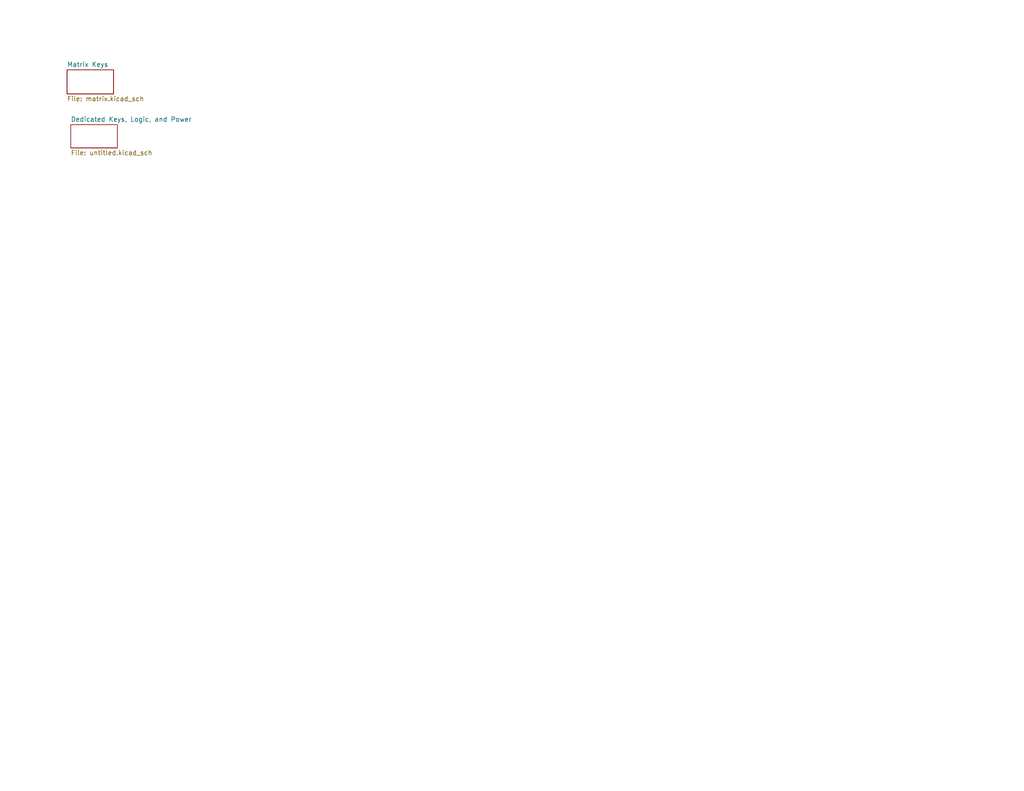
<source format=kicad_sch>
(kicad_sch (version 20211123) (generator eeschema)
  (paper "A")
  (title_block (title "Amiga Keyboard") (date "2022-09-20") (rev "1"))
  (lib_symbols)
  (sheet (at 19.304 34.036) (size 12.7 6.35) (stroke (width 0.1524))
    (property "Sheet name" "Dedicated Keys, Logic, and Power" (at 19.304 33.3244 0) (effects (justify left bottom)))
    (property "Sheet file" "untitled.kicad_sch" (at 19.304 40.9706 0) (effects (justify left top)))
  )
  (sheet (at 18.288 19.05) (size 12.7 6.604) (stroke (width 0.1524))
    (property "Sheet name" "Matrix Keys" (at 18.288 18.3384 0) (effects (justify left bottom)))
    (property "Sheet file" "matrix.kicad_sch" (at 18.288 26.2386 0) (effects (justify left top)))
  )
)
</source>
